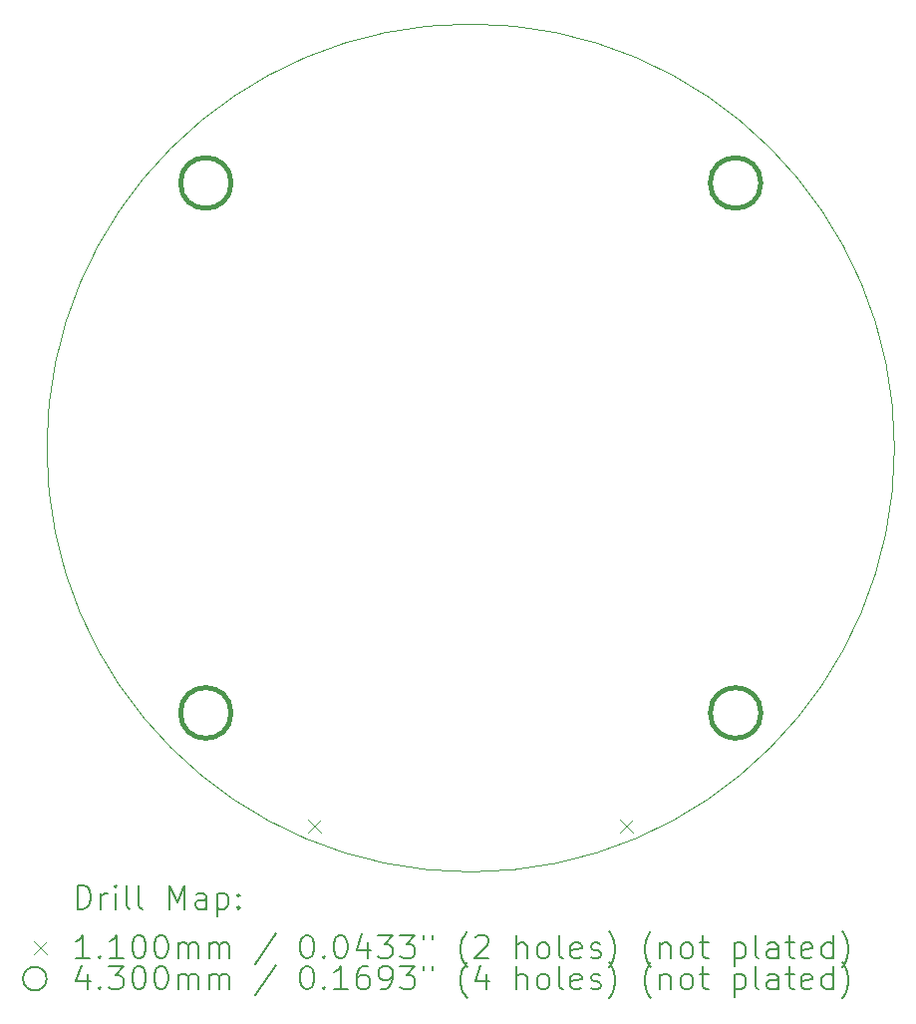
<source format=gbr>
%TF.GenerationSoftware,KiCad,Pcbnew,8.0.4*%
%TF.CreationDate,2024-08-30T01:00:02+02:00*%
%TF.ProjectId,smartEggTimer,736d6172-7445-4676-9754-696d65722e6b,rev?*%
%TF.SameCoordinates,Original*%
%TF.FileFunction,Drillmap*%
%TF.FilePolarity,Positive*%
%FSLAX45Y45*%
G04 Gerber Fmt 4.5, Leading zero omitted, Abs format (unit mm)*
G04 Created by KiCad (PCBNEW 8.0.4) date 2024-08-30 01:00:02*
%MOMM*%
%LPD*%
G01*
G04 APERTURE LIST*
%ADD10C,0.050000*%
%ADD11C,0.200000*%
%ADD12C,0.110000*%
%ADD13C,0.430000*%
G04 APERTURE END LIST*
D10*
X13600000Y-10000000D02*
G75*
G02*
X6400000Y-10000000I-3600000J0D01*
G01*
X6400000Y-10000000D02*
G75*
G02*
X13600000Y-10000000I3600000J0D01*
G01*
D11*
D12*
X8620000Y-13157000D02*
X8730000Y-13267000D01*
X8730000Y-13157000D02*
X8620000Y-13267000D01*
X11270000Y-13157000D02*
X11380000Y-13267000D01*
X11380000Y-13157000D02*
X11270000Y-13267000D01*
D13*
X7965000Y-7750000D02*
G75*
G02*
X7535000Y-7750000I-215000J0D01*
G01*
X7535000Y-7750000D02*
G75*
G02*
X7965000Y-7750000I215000J0D01*
G01*
X7965000Y-12250000D02*
G75*
G02*
X7535000Y-12250000I-215000J0D01*
G01*
X7535000Y-12250000D02*
G75*
G02*
X7965000Y-12250000I215000J0D01*
G01*
X12465000Y-7750000D02*
G75*
G02*
X12035000Y-7750000I-215000J0D01*
G01*
X12035000Y-7750000D02*
G75*
G02*
X12465000Y-7750000I215000J0D01*
G01*
X12465000Y-12250000D02*
G75*
G02*
X12035000Y-12250000I-215000J0D01*
G01*
X12035000Y-12250000D02*
G75*
G02*
X12465000Y-12250000I215000J0D01*
G01*
D11*
X6658277Y-13913984D02*
X6658277Y-13713984D01*
X6658277Y-13713984D02*
X6705896Y-13713984D01*
X6705896Y-13713984D02*
X6734467Y-13723508D01*
X6734467Y-13723508D02*
X6753515Y-13742555D01*
X6753515Y-13742555D02*
X6763039Y-13761603D01*
X6763039Y-13761603D02*
X6772562Y-13799698D01*
X6772562Y-13799698D02*
X6772562Y-13828269D01*
X6772562Y-13828269D02*
X6763039Y-13866365D01*
X6763039Y-13866365D02*
X6753515Y-13885412D01*
X6753515Y-13885412D02*
X6734467Y-13904460D01*
X6734467Y-13904460D02*
X6705896Y-13913984D01*
X6705896Y-13913984D02*
X6658277Y-13913984D01*
X6858277Y-13913984D02*
X6858277Y-13780650D01*
X6858277Y-13818746D02*
X6867801Y-13799698D01*
X6867801Y-13799698D02*
X6877324Y-13790174D01*
X6877324Y-13790174D02*
X6896372Y-13780650D01*
X6896372Y-13780650D02*
X6915420Y-13780650D01*
X6982086Y-13913984D02*
X6982086Y-13780650D01*
X6982086Y-13713984D02*
X6972562Y-13723508D01*
X6972562Y-13723508D02*
X6982086Y-13733031D01*
X6982086Y-13733031D02*
X6991610Y-13723508D01*
X6991610Y-13723508D02*
X6982086Y-13713984D01*
X6982086Y-13713984D02*
X6982086Y-13733031D01*
X7105896Y-13913984D02*
X7086848Y-13904460D01*
X7086848Y-13904460D02*
X7077324Y-13885412D01*
X7077324Y-13885412D02*
X7077324Y-13713984D01*
X7210658Y-13913984D02*
X7191610Y-13904460D01*
X7191610Y-13904460D02*
X7182086Y-13885412D01*
X7182086Y-13885412D02*
X7182086Y-13713984D01*
X7439229Y-13913984D02*
X7439229Y-13713984D01*
X7439229Y-13713984D02*
X7505896Y-13856841D01*
X7505896Y-13856841D02*
X7572562Y-13713984D01*
X7572562Y-13713984D02*
X7572562Y-13913984D01*
X7753515Y-13913984D02*
X7753515Y-13809222D01*
X7753515Y-13809222D02*
X7743991Y-13790174D01*
X7743991Y-13790174D02*
X7724943Y-13780650D01*
X7724943Y-13780650D02*
X7686848Y-13780650D01*
X7686848Y-13780650D02*
X7667801Y-13790174D01*
X7753515Y-13904460D02*
X7734467Y-13913984D01*
X7734467Y-13913984D02*
X7686848Y-13913984D01*
X7686848Y-13913984D02*
X7667801Y-13904460D01*
X7667801Y-13904460D02*
X7658277Y-13885412D01*
X7658277Y-13885412D02*
X7658277Y-13866365D01*
X7658277Y-13866365D02*
X7667801Y-13847317D01*
X7667801Y-13847317D02*
X7686848Y-13837793D01*
X7686848Y-13837793D02*
X7734467Y-13837793D01*
X7734467Y-13837793D02*
X7753515Y-13828269D01*
X7848753Y-13780650D02*
X7848753Y-13980650D01*
X7848753Y-13790174D02*
X7867801Y-13780650D01*
X7867801Y-13780650D02*
X7905896Y-13780650D01*
X7905896Y-13780650D02*
X7924943Y-13790174D01*
X7924943Y-13790174D02*
X7934467Y-13799698D01*
X7934467Y-13799698D02*
X7943991Y-13818746D01*
X7943991Y-13818746D02*
X7943991Y-13875888D01*
X7943991Y-13875888D02*
X7934467Y-13894936D01*
X7934467Y-13894936D02*
X7924943Y-13904460D01*
X7924943Y-13904460D02*
X7905896Y-13913984D01*
X7905896Y-13913984D02*
X7867801Y-13913984D01*
X7867801Y-13913984D02*
X7848753Y-13904460D01*
X8029705Y-13894936D02*
X8039229Y-13904460D01*
X8039229Y-13904460D02*
X8029705Y-13913984D01*
X8029705Y-13913984D02*
X8020182Y-13904460D01*
X8020182Y-13904460D02*
X8029705Y-13894936D01*
X8029705Y-13894936D02*
X8029705Y-13913984D01*
X8029705Y-13790174D02*
X8039229Y-13799698D01*
X8039229Y-13799698D02*
X8029705Y-13809222D01*
X8029705Y-13809222D02*
X8020182Y-13799698D01*
X8020182Y-13799698D02*
X8029705Y-13790174D01*
X8029705Y-13790174D02*
X8029705Y-13809222D01*
D12*
X6287500Y-14187500D02*
X6397500Y-14297500D01*
X6397500Y-14187500D02*
X6287500Y-14297500D01*
D11*
X6763039Y-14333984D02*
X6648753Y-14333984D01*
X6705896Y-14333984D02*
X6705896Y-14133984D01*
X6705896Y-14133984D02*
X6686848Y-14162555D01*
X6686848Y-14162555D02*
X6667801Y-14181603D01*
X6667801Y-14181603D02*
X6648753Y-14191127D01*
X6848753Y-14314936D02*
X6858277Y-14324460D01*
X6858277Y-14324460D02*
X6848753Y-14333984D01*
X6848753Y-14333984D02*
X6839229Y-14324460D01*
X6839229Y-14324460D02*
X6848753Y-14314936D01*
X6848753Y-14314936D02*
X6848753Y-14333984D01*
X7048753Y-14333984D02*
X6934467Y-14333984D01*
X6991610Y-14333984D02*
X6991610Y-14133984D01*
X6991610Y-14133984D02*
X6972562Y-14162555D01*
X6972562Y-14162555D02*
X6953515Y-14181603D01*
X6953515Y-14181603D02*
X6934467Y-14191127D01*
X7172562Y-14133984D02*
X7191610Y-14133984D01*
X7191610Y-14133984D02*
X7210658Y-14143508D01*
X7210658Y-14143508D02*
X7220182Y-14153031D01*
X7220182Y-14153031D02*
X7229705Y-14172079D01*
X7229705Y-14172079D02*
X7239229Y-14210174D01*
X7239229Y-14210174D02*
X7239229Y-14257793D01*
X7239229Y-14257793D02*
X7229705Y-14295888D01*
X7229705Y-14295888D02*
X7220182Y-14314936D01*
X7220182Y-14314936D02*
X7210658Y-14324460D01*
X7210658Y-14324460D02*
X7191610Y-14333984D01*
X7191610Y-14333984D02*
X7172562Y-14333984D01*
X7172562Y-14333984D02*
X7153515Y-14324460D01*
X7153515Y-14324460D02*
X7143991Y-14314936D01*
X7143991Y-14314936D02*
X7134467Y-14295888D01*
X7134467Y-14295888D02*
X7124943Y-14257793D01*
X7124943Y-14257793D02*
X7124943Y-14210174D01*
X7124943Y-14210174D02*
X7134467Y-14172079D01*
X7134467Y-14172079D02*
X7143991Y-14153031D01*
X7143991Y-14153031D02*
X7153515Y-14143508D01*
X7153515Y-14143508D02*
X7172562Y-14133984D01*
X7363039Y-14133984D02*
X7382086Y-14133984D01*
X7382086Y-14133984D02*
X7401134Y-14143508D01*
X7401134Y-14143508D02*
X7410658Y-14153031D01*
X7410658Y-14153031D02*
X7420182Y-14172079D01*
X7420182Y-14172079D02*
X7429705Y-14210174D01*
X7429705Y-14210174D02*
X7429705Y-14257793D01*
X7429705Y-14257793D02*
X7420182Y-14295888D01*
X7420182Y-14295888D02*
X7410658Y-14314936D01*
X7410658Y-14314936D02*
X7401134Y-14324460D01*
X7401134Y-14324460D02*
X7382086Y-14333984D01*
X7382086Y-14333984D02*
X7363039Y-14333984D01*
X7363039Y-14333984D02*
X7343991Y-14324460D01*
X7343991Y-14324460D02*
X7334467Y-14314936D01*
X7334467Y-14314936D02*
X7324943Y-14295888D01*
X7324943Y-14295888D02*
X7315420Y-14257793D01*
X7315420Y-14257793D02*
X7315420Y-14210174D01*
X7315420Y-14210174D02*
X7324943Y-14172079D01*
X7324943Y-14172079D02*
X7334467Y-14153031D01*
X7334467Y-14153031D02*
X7343991Y-14143508D01*
X7343991Y-14143508D02*
X7363039Y-14133984D01*
X7515420Y-14333984D02*
X7515420Y-14200650D01*
X7515420Y-14219698D02*
X7524943Y-14210174D01*
X7524943Y-14210174D02*
X7543991Y-14200650D01*
X7543991Y-14200650D02*
X7572563Y-14200650D01*
X7572563Y-14200650D02*
X7591610Y-14210174D01*
X7591610Y-14210174D02*
X7601134Y-14229222D01*
X7601134Y-14229222D02*
X7601134Y-14333984D01*
X7601134Y-14229222D02*
X7610658Y-14210174D01*
X7610658Y-14210174D02*
X7629705Y-14200650D01*
X7629705Y-14200650D02*
X7658277Y-14200650D01*
X7658277Y-14200650D02*
X7677324Y-14210174D01*
X7677324Y-14210174D02*
X7686848Y-14229222D01*
X7686848Y-14229222D02*
X7686848Y-14333984D01*
X7782086Y-14333984D02*
X7782086Y-14200650D01*
X7782086Y-14219698D02*
X7791610Y-14210174D01*
X7791610Y-14210174D02*
X7810658Y-14200650D01*
X7810658Y-14200650D02*
X7839229Y-14200650D01*
X7839229Y-14200650D02*
X7858277Y-14210174D01*
X7858277Y-14210174D02*
X7867801Y-14229222D01*
X7867801Y-14229222D02*
X7867801Y-14333984D01*
X7867801Y-14229222D02*
X7877324Y-14210174D01*
X7877324Y-14210174D02*
X7896372Y-14200650D01*
X7896372Y-14200650D02*
X7924943Y-14200650D01*
X7924943Y-14200650D02*
X7943991Y-14210174D01*
X7943991Y-14210174D02*
X7953515Y-14229222D01*
X7953515Y-14229222D02*
X7953515Y-14333984D01*
X8343991Y-14124460D02*
X8172563Y-14381603D01*
X8601134Y-14133984D02*
X8620182Y-14133984D01*
X8620182Y-14133984D02*
X8639229Y-14143508D01*
X8639229Y-14143508D02*
X8648753Y-14153031D01*
X8648753Y-14153031D02*
X8658277Y-14172079D01*
X8658277Y-14172079D02*
X8667801Y-14210174D01*
X8667801Y-14210174D02*
X8667801Y-14257793D01*
X8667801Y-14257793D02*
X8658277Y-14295888D01*
X8658277Y-14295888D02*
X8648753Y-14314936D01*
X8648753Y-14314936D02*
X8639229Y-14324460D01*
X8639229Y-14324460D02*
X8620182Y-14333984D01*
X8620182Y-14333984D02*
X8601134Y-14333984D01*
X8601134Y-14333984D02*
X8582087Y-14324460D01*
X8582087Y-14324460D02*
X8572563Y-14314936D01*
X8572563Y-14314936D02*
X8563039Y-14295888D01*
X8563039Y-14295888D02*
X8553515Y-14257793D01*
X8553515Y-14257793D02*
X8553515Y-14210174D01*
X8553515Y-14210174D02*
X8563039Y-14172079D01*
X8563039Y-14172079D02*
X8572563Y-14153031D01*
X8572563Y-14153031D02*
X8582087Y-14143508D01*
X8582087Y-14143508D02*
X8601134Y-14133984D01*
X8753515Y-14314936D02*
X8763039Y-14324460D01*
X8763039Y-14324460D02*
X8753515Y-14333984D01*
X8753515Y-14333984D02*
X8743991Y-14324460D01*
X8743991Y-14324460D02*
X8753515Y-14314936D01*
X8753515Y-14314936D02*
X8753515Y-14333984D01*
X8886848Y-14133984D02*
X8905896Y-14133984D01*
X8905896Y-14133984D02*
X8924944Y-14143508D01*
X8924944Y-14143508D02*
X8934468Y-14153031D01*
X8934468Y-14153031D02*
X8943991Y-14172079D01*
X8943991Y-14172079D02*
X8953515Y-14210174D01*
X8953515Y-14210174D02*
X8953515Y-14257793D01*
X8953515Y-14257793D02*
X8943991Y-14295888D01*
X8943991Y-14295888D02*
X8934468Y-14314936D01*
X8934468Y-14314936D02*
X8924944Y-14324460D01*
X8924944Y-14324460D02*
X8905896Y-14333984D01*
X8905896Y-14333984D02*
X8886848Y-14333984D01*
X8886848Y-14333984D02*
X8867801Y-14324460D01*
X8867801Y-14324460D02*
X8858277Y-14314936D01*
X8858277Y-14314936D02*
X8848753Y-14295888D01*
X8848753Y-14295888D02*
X8839229Y-14257793D01*
X8839229Y-14257793D02*
X8839229Y-14210174D01*
X8839229Y-14210174D02*
X8848753Y-14172079D01*
X8848753Y-14172079D02*
X8858277Y-14153031D01*
X8858277Y-14153031D02*
X8867801Y-14143508D01*
X8867801Y-14143508D02*
X8886848Y-14133984D01*
X9124944Y-14200650D02*
X9124944Y-14333984D01*
X9077325Y-14124460D02*
X9029706Y-14267317D01*
X9029706Y-14267317D02*
X9153515Y-14267317D01*
X9210658Y-14133984D02*
X9334468Y-14133984D01*
X9334468Y-14133984D02*
X9267801Y-14210174D01*
X9267801Y-14210174D02*
X9296372Y-14210174D01*
X9296372Y-14210174D02*
X9315420Y-14219698D01*
X9315420Y-14219698D02*
X9324944Y-14229222D01*
X9324944Y-14229222D02*
X9334468Y-14248269D01*
X9334468Y-14248269D02*
X9334468Y-14295888D01*
X9334468Y-14295888D02*
X9324944Y-14314936D01*
X9324944Y-14314936D02*
X9315420Y-14324460D01*
X9315420Y-14324460D02*
X9296372Y-14333984D01*
X9296372Y-14333984D02*
X9239229Y-14333984D01*
X9239229Y-14333984D02*
X9220182Y-14324460D01*
X9220182Y-14324460D02*
X9210658Y-14314936D01*
X9401134Y-14133984D02*
X9524944Y-14133984D01*
X9524944Y-14133984D02*
X9458277Y-14210174D01*
X9458277Y-14210174D02*
X9486849Y-14210174D01*
X9486849Y-14210174D02*
X9505896Y-14219698D01*
X9505896Y-14219698D02*
X9515420Y-14229222D01*
X9515420Y-14229222D02*
X9524944Y-14248269D01*
X9524944Y-14248269D02*
X9524944Y-14295888D01*
X9524944Y-14295888D02*
X9515420Y-14314936D01*
X9515420Y-14314936D02*
X9505896Y-14324460D01*
X9505896Y-14324460D02*
X9486849Y-14333984D01*
X9486849Y-14333984D02*
X9429706Y-14333984D01*
X9429706Y-14333984D02*
X9410658Y-14324460D01*
X9410658Y-14324460D02*
X9401134Y-14314936D01*
X9601134Y-14133984D02*
X9601134Y-14172079D01*
X9677325Y-14133984D02*
X9677325Y-14172079D01*
X9972563Y-14410174D02*
X9963039Y-14400650D01*
X9963039Y-14400650D02*
X9943991Y-14372079D01*
X9943991Y-14372079D02*
X9934468Y-14353031D01*
X9934468Y-14353031D02*
X9924944Y-14324460D01*
X9924944Y-14324460D02*
X9915420Y-14276841D01*
X9915420Y-14276841D02*
X9915420Y-14238746D01*
X9915420Y-14238746D02*
X9924944Y-14191127D01*
X9924944Y-14191127D02*
X9934468Y-14162555D01*
X9934468Y-14162555D02*
X9943991Y-14143508D01*
X9943991Y-14143508D02*
X9963039Y-14114936D01*
X9963039Y-14114936D02*
X9972563Y-14105412D01*
X10039230Y-14153031D02*
X10048753Y-14143508D01*
X10048753Y-14143508D02*
X10067801Y-14133984D01*
X10067801Y-14133984D02*
X10115420Y-14133984D01*
X10115420Y-14133984D02*
X10134468Y-14143508D01*
X10134468Y-14143508D02*
X10143991Y-14153031D01*
X10143991Y-14153031D02*
X10153515Y-14172079D01*
X10153515Y-14172079D02*
X10153515Y-14191127D01*
X10153515Y-14191127D02*
X10143991Y-14219698D01*
X10143991Y-14219698D02*
X10029706Y-14333984D01*
X10029706Y-14333984D02*
X10153515Y-14333984D01*
X10391611Y-14333984D02*
X10391611Y-14133984D01*
X10477325Y-14333984D02*
X10477325Y-14229222D01*
X10477325Y-14229222D02*
X10467801Y-14210174D01*
X10467801Y-14210174D02*
X10448753Y-14200650D01*
X10448753Y-14200650D02*
X10420182Y-14200650D01*
X10420182Y-14200650D02*
X10401134Y-14210174D01*
X10401134Y-14210174D02*
X10391611Y-14219698D01*
X10601134Y-14333984D02*
X10582087Y-14324460D01*
X10582087Y-14324460D02*
X10572563Y-14314936D01*
X10572563Y-14314936D02*
X10563039Y-14295888D01*
X10563039Y-14295888D02*
X10563039Y-14238746D01*
X10563039Y-14238746D02*
X10572563Y-14219698D01*
X10572563Y-14219698D02*
X10582087Y-14210174D01*
X10582087Y-14210174D02*
X10601134Y-14200650D01*
X10601134Y-14200650D02*
X10629706Y-14200650D01*
X10629706Y-14200650D02*
X10648753Y-14210174D01*
X10648753Y-14210174D02*
X10658277Y-14219698D01*
X10658277Y-14219698D02*
X10667801Y-14238746D01*
X10667801Y-14238746D02*
X10667801Y-14295888D01*
X10667801Y-14295888D02*
X10658277Y-14314936D01*
X10658277Y-14314936D02*
X10648753Y-14324460D01*
X10648753Y-14324460D02*
X10629706Y-14333984D01*
X10629706Y-14333984D02*
X10601134Y-14333984D01*
X10782087Y-14333984D02*
X10763039Y-14324460D01*
X10763039Y-14324460D02*
X10753515Y-14305412D01*
X10753515Y-14305412D02*
X10753515Y-14133984D01*
X10934468Y-14324460D02*
X10915420Y-14333984D01*
X10915420Y-14333984D02*
X10877325Y-14333984D01*
X10877325Y-14333984D02*
X10858277Y-14324460D01*
X10858277Y-14324460D02*
X10848753Y-14305412D01*
X10848753Y-14305412D02*
X10848753Y-14229222D01*
X10848753Y-14229222D02*
X10858277Y-14210174D01*
X10858277Y-14210174D02*
X10877325Y-14200650D01*
X10877325Y-14200650D02*
X10915420Y-14200650D01*
X10915420Y-14200650D02*
X10934468Y-14210174D01*
X10934468Y-14210174D02*
X10943992Y-14229222D01*
X10943992Y-14229222D02*
X10943992Y-14248269D01*
X10943992Y-14248269D02*
X10848753Y-14267317D01*
X11020182Y-14324460D02*
X11039230Y-14333984D01*
X11039230Y-14333984D02*
X11077325Y-14333984D01*
X11077325Y-14333984D02*
X11096373Y-14324460D01*
X11096373Y-14324460D02*
X11105896Y-14305412D01*
X11105896Y-14305412D02*
X11105896Y-14295888D01*
X11105896Y-14295888D02*
X11096373Y-14276841D01*
X11096373Y-14276841D02*
X11077325Y-14267317D01*
X11077325Y-14267317D02*
X11048753Y-14267317D01*
X11048753Y-14267317D02*
X11029706Y-14257793D01*
X11029706Y-14257793D02*
X11020182Y-14238746D01*
X11020182Y-14238746D02*
X11020182Y-14229222D01*
X11020182Y-14229222D02*
X11029706Y-14210174D01*
X11029706Y-14210174D02*
X11048753Y-14200650D01*
X11048753Y-14200650D02*
X11077325Y-14200650D01*
X11077325Y-14200650D02*
X11096373Y-14210174D01*
X11172563Y-14410174D02*
X11182087Y-14400650D01*
X11182087Y-14400650D02*
X11201134Y-14372079D01*
X11201134Y-14372079D02*
X11210658Y-14353031D01*
X11210658Y-14353031D02*
X11220182Y-14324460D01*
X11220182Y-14324460D02*
X11229706Y-14276841D01*
X11229706Y-14276841D02*
X11229706Y-14238746D01*
X11229706Y-14238746D02*
X11220182Y-14191127D01*
X11220182Y-14191127D02*
X11210658Y-14162555D01*
X11210658Y-14162555D02*
X11201134Y-14143508D01*
X11201134Y-14143508D02*
X11182087Y-14114936D01*
X11182087Y-14114936D02*
X11172563Y-14105412D01*
X11534468Y-14410174D02*
X11524944Y-14400650D01*
X11524944Y-14400650D02*
X11505896Y-14372079D01*
X11505896Y-14372079D02*
X11496372Y-14353031D01*
X11496372Y-14353031D02*
X11486849Y-14324460D01*
X11486849Y-14324460D02*
X11477325Y-14276841D01*
X11477325Y-14276841D02*
X11477325Y-14238746D01*
X11477325Y-14238746D02*
X11486849Y-14191127D01*
X11486849Y-14191127D02*
X11496372Y-14162555D01*
X11496372Y-14162555D02*
X11505896Y-14143508D01*
X11505896Y-14143508D02*
X11524944Y-14114936D01*
X11524944Y-14114936D02*
X11534468Y-14105412D01*
X11610658Y-14200650D02*
X11610658Y-14333984D01*
X11610658Y-14219698D02*
X11620182Y-14210174D01*
X11620182Y-14210174D02*
X11639230Y-14200650D01*
X11639230Y-14200650D02*
X11667801Y-14200650D01*
X11667801Y-14200650D02*
X11686849Y-14210174D01*
X11686849Y-14210174D02*
X11696372Y-14229222D01*
X11696372Y-14229222D02*
X11696372Y-14333984D01*
X11820182Y-14333984D02*
X11801134Y-14324460D01*
X11801134Y-14324460D02*
X11791611Y-14314936D01*
X11791611Y-14314936D02*
X11782087Y-14295888D01*
X11782087Y-14295888D02*
X11782087Y-14238746D01*
X11782087Y-14238746D02*
X11791611Y-14219698D01*
X11791611Y-14219698D02*
X11801134Y-14210174D01*
X11801134Y-14210174D02*
X11820182Y-14200650D01*
X11820182Y-14200650D02*
X11848753Y-14200650D01*
X11848753Y-14200650D02*
X11867801Y-14210174D01*
X11867801Y-14210174D02*
X11877325Y-14219698D01*
X11877325Y-14219698D02*
X11886849Y-14238746D01*
X11886849Y-14238746D02*
X11886849Y-14295888D01*
X11886849Y-14295888D02*
X11877325Y-14314936D01*
X11877325Y-14314936D02*
X11867801Y-14324460D01*
X11867801Y-14324460D02*
X11848753Y-14333984D01*
X11848753Y-14333984D02*
X11820182Y-14333984D01*
X11943992Y-14200650D02*
X12020182Y-14200650D01*
X11972563Y-14133984D02*
X11972563Y-14305412D01*
X11972563Y-14305412D02*
X11982087Y-14324460D01*
X11982087Y-14324460D02*
X12001134Y-14333984D01*
X12001134Y-14333984D02*
X12020182Y-14333984D01*
X12239230Y-14200650D02*
X12239230Y-14400650D01*
X12239230Y-14210174D02*
X12258277Y-14200650D01*
X12258277Y-14200650D02*
X12296373Y-14200650D01*
X12296373Y-14200650D02*
X12315420Y-14210174D01*
X12315420Y-14210174D02*
X12324944Y-14219698D01*
X12324944Y-14219698D02*
X12334468Y-14238746D01*
X12334468Y-14238746D02*
X12334468Y-14295888D01*
X12334468Y-14295888D02*
X12324944Y-14314936D01*
X12324944Y-14314936D02*
X12315420Y-14324460D01*
X12315420Y-14324460D02*
X12296373Y-14333984D01*
X12296373Y-14333984D02*
X12258277Y-14333984D01*
X12258277Y-14333984D02*
X12239230Y-14324460D01*
X12448753Y-14333984D02*
X12429706Y-14324460D01*
X12429706Y-14324460D02*
X12420182Y-14305412D01*
X12420182Y-14305412D02*
X12420182Y-14133984D01*
X12610658Y-14333984D02*
X12610658Y-14229222D01*
X12610658Y-14229222D02*
X12601134Y-14210174D01*
X12601134Y-14210174D02*
X12582087Y-14200650D01*
X12582087Y-14200650D02*
X12543992Y-14200650D01*
X12543992Y-14200650D02*
X12524944Y-14210174D01*
X12610658Y-14324460D02*
X12591611Y-14333984D01*
X12591611Y-14333984D02*
X12543992Y-14333984D01*
X12543992Y-14333984D02*
X12524944Y-14324460D01*
X12524944Y-14324460D02*
X12515420Y-14305412D01*
X12515420Y-14305412D02*
X12515420Y-14286365D01*
X12515420Y-14286365D02*
X12524944Y-14267317D01*
X12524944Y-14267317D02*
X12543992Y-14257793D01*
X12543992Y-14257793D02*
X12591611Y-14257793D01*
X12591611Y-14257793D02*
X12610658Y-14248269D01*
X12677325Y-14200650D02*
X12753515Y-14200650D01*
X12705896Y-14133984D02*
X12705896Y-14305412D01*
X12705896Y-14305412D02*
X12715420Y-14324460D01*
X12715420Y-14324460D02*
X12734468Y-14333984D01*
X12734468Y-14333984D02*
X12753515Y-14333984D01*
X12896373Y-14324460D02*
X12877325Y-14333984D01*
X12877325Y-14333984D02*
X12839230Y-14333984D01*
X12839230Y-14333984D02*
X12820182Y-14324460D01*
X12820182Y-14324460D02*
X12810658Y-14305412D01*
X12810658Y-14305412D02*
X12810658Y-14229222D01*
X12810658Y-14229222D02*
X12820182Y-14210174D01*
X12820182Y-14210174D02*
X12839230Y-14200650D01*
X12839230Y-14200650D02*
X12877325Y-14200650D01*
X12877325Y-14200650D02*
X12896373Y-14210174D01*
X12896373Y-14210174D02*
X12905896Y-14229222D01*
X12905896Y-14229222D02*
X12905896Y-14248269D01*
X12905896Y-14248269D02*
X12810658Y-14267317D01*
X13077325Y-14333984D02*
X13077325Y-14133984D01*
X13077325Y-14324460D02*
X13058277Y-14333984D01*
X13058277Y-14333984D02*
X13020182Y-14333984D01*
X13020182Y-14333984D02*
X13001134Y-14324460D01*
X13001134Y-14324460D02*
X12991611Y-14314936D01*
X12991611Y-14314936D02*
X12982087Y-14295888D01*
X12982087Y-14295888D02*
X12982087Y-14238746D01*
X12982087Y-14238746D02*
X12991611Y-14219698D01*
X12991611Y-14219698D02*
X13001134Y-14210174D01*
X13001134Y-14210174D02*
X13020182Y-14200650D01*
X13020182Y-14200650D02*
X13058277Y-14200650D01*
X13058277Y-14200650D02*
X13077325Y-14210174D01*
X13153515Y-14410174D02*
X13163039Y-14400650D01*
X13163039Y-14400650D02*
X13182087Y-14372079D01*
X13182087Y-14372079D02*
X13191611Y-14353031D01*
X13191611Y-14353031D02*
X13201134Y-14324460D01*
X13201134Y-14324460D02*
X13210658Y-14276841D01*
X13210658Y-14276841D02*
X13210658Y-14238746D01*
X13210658Y-14238746D02*
X13201134Y-14191127D01*
X13201134Y-14191127D02*
X13191611Y-14162555D01*
X13191611Y-14162555D02*
X13182087Y-14143508D01*
X13182087Y-14143508D02*
X13163039Y-14114936D01*
X13163039Y-14114936D02*
X13153515Y-14105412D01*
X6397500Y-14506500D02*
G75*
G02*
X6197500Y-14506500I-100000J0D01*
G01*
X6197500Y-14506500D02*
G75*
G02*
X6397500Y-14506500I100000J0D01*
G01*
X6743991Y-14464650D02*
X6743991Y-14597984D01*
X6696372Y-14388460D02*
X6648753Y-14531317D01*
X6648753Y-14531317D02*
X6772562Y-14531317D01*
X6848753Y-14578936D02*
X6858277Y-14588460D01*
X6858277Y-14588460D02*
X6848753Y-14597984D01*
X6848753Y-14597984D02*
X6839229Y-14588460D01*
X6839229Y-14588460D02*
X6848753Y-14578936D01*
X6848753Y-14578936D02*
X6848753Y-14597984D01*
X6924943Y-14397984D02*
X7048753Y-14397984D01*
X7048753Y-14397984D02*
X6982086Y-14474174D01*
X6982086Y-14474174D02*
X7010658Y-14474174D01*
X7010658Y-14474174D02*
X7029705Y-14483698D01*
X7029705Y-14483698D02*
X7039229Y-14493222D01*
X7039229Y-14493222D02*
X7048753Y-14512269D01*
X7048753Y-14512269D02*
X7048753Y-14559888D01*
X7048753Y-14559888D02*
X7039229Y-14578936D01*
X7039229Y-14578936D02*
X7029705Y-14588460D01*
X7029705Y-14588460D02*
X7010658Y-14597984D01*
X7010658Y-14597984D02*
X6953515Y-14597984D01*
X6953515Y-14597984D02*
X6934467Y-14588460D01*
X6934467Y-14588460D02*
X6924943Y-14578936D01*
X7172562Y-14397984D02*
X7191610Y-14397984D01*
X7191610Y-14397984D02*
X7210658Y-14407508D01*
X7210658Y-14407508D02*
X7220182Y-14417031D01*
X7220182Y-14417031D02*
X7229705Y-14436079D01*
X7229705Y-14436079D02*
X7239229Y-14474174D01*
X7239229Y-14474174D02*
X7239229Y-14521793D01*
X7239229Y-14521793D02*
X7229705Y-14559888D01*
X7229705Y-14559888D02*
X7220182Y-14578936D01*
X7220182Y-14578936D02*
X7210658Y-14588460D01*
X7210658Y-14588460D02*
X7191610Y-14597984D01*
X7191610Y-14597984D02*
X7172562Y-14597984D01*
X7172562Y-14597984D02*
X7153515Y-14588460D01*
X7153515Y-14588460D02*
X7143991Y-14578936D01*
X7143991Y-14578936D02*
X7134467Y-14559888D01*
X7134467Y-14559888D02*
X7124943Y-14521793D01*
X7124943Y-14521793D02*
X7124943Y-14474174D01*
X7124943Y-14474174D02*
X7134467Y-14436079D01*
X7134467Y-14436079D02*
X7143991Y-14417031D01*
X7143991Y-14417031D02*
X7153515Y-14407508D01*
X7153515Y-14407508D02*
X7172562Y-14397984D01*
X7363039Y-14397984D02*
X7382086Y-14397984D01*
X7382086Y-14397984D02*
X7401134Y-14407508D01*
X7401134Y-14407508D02*
X7410658Y-14417031D01*
X7410658Y-14417031D02*
X7420182Y-14436079D01*
X7420182Y-14436079D02*
X7429705Y-14474174D01*
X7429705Y-14474174D02*
X7429705Y-14521793D01*
X7429705Y-14521793D02*
X7420182Y-14559888D01*
X7420182Y-14559888D02*
X7410658Y-14578936D01*
X7410658Y-14578936D02*
X7401134Y-14588460D01*
X7401134Y-14588460D02*
X7382086Y-14597984D01*
X7382086Y-14597984D02*
X7363039Y-14597984D01*
X7363039Y-14597984D02*
X7343991Y-14588460D01*
X7343991Y-14588460D02*
X7334467Y-14578936D01*
X7334467Y-14578936D02*
X7324943Y-14559888D01*
X7324943Y-14559888D02*
X7315420Y-14521793D01*
X7315420Y-14521793D02*
X7315420Y-14474174D01*
X7315420Y-14474174D02*
X7324943Y-14436079D01*
X7324943Y-14436079D02*
X7334467Y-14417031D01*
X7334467Y-14417031D02*
X7343991Y-14407508D01*
X7343991Y-14407508D02*
X7363039Y-14397984D01*
X7515420Y-14597984D02*
X7515420Y-14464650D01*
X7515420Y-14483698D02*
X7524943Y-14474174D01*
X7524943Y-14474174D02*
X7543991Y-14464650D01*
X7543991Y-14464650D02*
X7572563Y-14464650D01*
X7572563Y-14464650D02*
X7591610Y-14474174D01*
X7591610Y-14474174D02*
X7601134Y-14493222D01*
X7601134Y-14493222D02*
X7601134Y-14597984D01*
X7601134Y-14493222D02*
X7610658Y-14474174D01*
X7610658Y-14474174D02*
X7629705Y-14464650D01*
X7629705Y-14464650D02*
X7658277Y-14464650D01*
X7658277Y-14464650D02*
X7677324Y-14474174D01*
X7677324Y-14474174D02*
X7686848Y-14493222D01*
X7686848Y-14493222D02*
X7686848Y-14597984D01*
X7782086Y-14597984D02*
X7782086Y-14464650D01*
X7782086Y-14483698D02*
X7791610Y-14474174D01*
X7791610Y-14474174D02*
X7810658Y-14464650D01*
X7810658Y-14464650D02*
X7839229Y-14464650D01*
X7839229Y-14464650D02*
X7858277Y-14474174D01*
X7858277Y-14474174D02*
X7867801Y-14493222D01*
X7867801Y-14493222D02*
X7867801Y-14597984D01*
X7867801Y-14493222D02*
X7877324Y-14474174D01*
X7877324Y-14474174D02*
X7896372Y-14464650D01*
X7896372Y-14464650D02*
X7924943Y-14464650D01*
X7924943Y-14464650D02*
X7943991Y-14474174D01*
X7943991Y-14474174D02*
X7953515Y-14493222D01*
X7953515Y-14493222D02*
X7953515Y-14597984D01*
X8343991Y-14388460D02*
X8172563Y-14645603D01*
X8601134Y-14397984D02*
X8620182Y-14397984D01*
X8620182Y-14397984D02*
X8639229Y-14407508D01*
X8639229Y-14407508D02*
X8648753Y-14417031D01*
X8648753Y-14417031D02*
X8658277Y-14436079D01*
X8658277Y-14436079D02*
X8667801Y-14474174D01*
X8667801Y-14474174D02*
X8667801Y-14521793D01*
X8667801Y-14521793D02*
X8658277Y-14559888D01*
X8658277Y-14559888D02*
X8648753Y-14578936D01*
X8648753Y-14578936D02*
X8639229Y-14588460D01*
X8639229Y-14588460D02*
X8620182Y-14597984D01*
X8620182Y-14597984D02*
X8601134Y-14597984D01*
X8601134Y-14597984D02*
X8582087Y-14588460D01*
X8582087Y-14588460D02*
X8572563Y-14578936D01*
X8572563Y-14578936D02*
X8563039Y-14559888D01*
X8563039Y-14559888D02*
X8553515Y-14521793D01*
X8553515Y-14521793D02*
X8553515Y-14474174D01*
X8553515Y-14474174D02*
X8563039Y-14436079D01*
X8563039Y-14436079D02*
X8572563Y-14417031D01*
X8572563Y-14417031D02*
X8582087Y-14407508D01*
X8582087Y-14407508D02*
X8601134Y-14397984D01*
X8753515Y-14578936D02*
X8763039Y-14588460D01*
X8763039Y-14588460D02*
X8753515Y-14597984D01*
X8753515Y-14597984D02*
X8743991Y-14588460D01*
X8743991Y-14588460D02*
X8753515Y-14578936D01*
X8753515Y-14578936D02*
X8753515Y-14597984D01*
X8953515Y-14597984D02*
X8839229Y-14597984D01*
X8896372Y-14597984D02*
X8896372Y-14397984D01*
X8896372Y-14397984D02*
X8877325Y-14426555D01*
X8877325Y-14426555D02*
X8858277Y-14445603D01*
X8858277Y-14445603D02*
X8839229Y-14455127D01*
X9124944Y-14397984D02*
X9086848Y-14397984D01*
X9086848Y-14397984D02*
X9067801Y-14407508D01*
X9067801Y-14407508D02*
X9058277Y-14417031D01*
X9058277Y-14417031D02*
X9039229Y-14445603D01*
X9039229Y-14445603D02*
X9029706Y-14483698D01*
X9029706Y-14483698D02*
X9029706Y-14559888D01*
X9029706Y-14559888D02*
X9039229Y-14578936D01*
X9039229Y-14578936D02*
X9048753Y-14588460D01*
X9048753Y-14588460D02*
X9067801Y-14597984D01*
X9067801Y-14597984D02*
X9105896Y-14597984D01*
X9105896Y-14597984D02*
X9124944Y-14588460D01*
X9124944Y-14588460D02*
X9134468Y-14578936D01*
X9134468Y-14578936D02*
X9143991Y-14559888D01*
X9143991Y-14559888D02*
X9143991Y-14512269D01*
X9143991Y-14512269D02*
X9134468Y-14493222D01*
X9134468Y-14493222D02*
X9124944Y-14483698D01*
X9124944Y-14483698D02*
X9105896Y-14474174D01*
X9105896Y-14474174D02*
X9067801Y-14474174D01*
X9067801Y-14474174D02*
X9048753Y-14483698D01*
X9048753Y-14483698D02*
X9039229Y-14493222D01*
X9039229Y-14493222D02*
X9029706Y-14512269D01*
X9239229Y-14597984D02*
X9277325Y-14597984D01*
X9277325Y-14597984D02*
X9296372Y-14588460D01*
X9296372Y-14588460D02*
X9305896Y-14578936D01*
X9305896Y-14578936D02*
X9324944Y-14550365D01*
X9324944Y-14550365D02*
X9334468Y-14512269D01*
X9334468Y-14512269D02*
X9334468Y-14436079D01*
X9334468Y-14436079D02*
X9324944Y-14417031D01*
X9324944Y-14417031D02*
X9315420Y-14407508D01*
X9315420Y-14407508D02*
X9296372Y-14397984D01*
X9296372Y-14397984D02*
X9258277Y-14397984D01*
X9258277Y-14397984D02*
X9239229Y-14407508D01*
X9239229Y-14407508D02*
X9229706Y-14417031D01*
X9229706Y-14417031D02*
X9220182Y-14436079D01*
X9220182Y-14436079D02*
X9220182Y-14483698D01*
X9220182Y-14483698D02*
X9229706Y-14502746D01*
X9229706Y-14502746D02*
X9239229Y-14512269D01*
X9239229Y-14512269D02*
X9258277Y-14521793D01*
X9258277Y-14521793D02*
X9296372Y-14521793D01*
X9296372Y-14521793D02*
X9315420Y-14512269D01*
X9315420Y-14512269D02*
X9324944Y-14502746D01*
X9324944Y-14502746D02*
X9334468Y-14483698D01*
X9401134Y-14397984D02*
X9524944Y-14397984D01*
X9524944Y-14397984D02*
X9458277Y-14474174D01*
X9458277Y-14474174D02*
X9486849Y-14474174D01*
X9486849Y-14474174D02*
X9505896Y-14483698D01*
X9505896Y-14483698D02*
X9515420Y-14493222D01*
X9515420Y-14493222D02*
X9524944Y-14512269D01*
X9524944Y-14512269D02*
X9524944Y-14559888D01*
X9524944Y-14559888D02*
X9515420Y-14578936D01*
X9515420Y-14578936D02*
X9505896Y-14588460D01*
X9505896Y-14588460D02*
X9486849Y-14597984D01*
X9486849Y-14597984D02*
X9429706Y-14597984D01*
X9429706Y-14597984D02*
X9410658Y-14588460D01*
X9410658Y-14588460D02*
X9401134Y-14578936D01*
X9601134Y-14397984D02*
X9601134Y-14436079D01*
X9677325Y-14397984D02*
X9677325Y-14436079D01*
X9972563Y-14674174D02*
X9963039Y-14664650D01*
X9963039Y-14664650D02*
X9943991Y-14636079D01*
X9943991Y-14636079D02*
X9934468Y-14617031D01*
X9934468Y-14617031D02*
X9924944Y-14588460D01*
X9924944Y-14588460D02*
X9915420Y-14540841D01*
X9915420Y-14540841D02*
X9915420Y-14502746D01*
X9915420Y-14502746D02*
X9924944Y-14455127D01*
X9924944Y-14455127D02*
X9934468Y-14426555D01*
X9934468Y-14426555D02*
X9943991Y-14407508D01*
X9943991Y-14407508D02*
X9963039Y-14378936D01*
X9963039Y-14378936D02*
X9972563Y-14369412D01*
X10134468Y-14464650D02*
X10134468Y-14597984D01*
X10086849Y-14388460D02*
X10039230Y-14531317D01*
X10039230Y-14531317D02*
X10163039Y-14531317D01*
X10391611Y-14597984D02*
X10391611Y-14397984D01*
X10477325Y-14597984D02*
X10477325Y-14493222D01*
X10477325Y-14493222D02*
X10467801Y-14474174D01*
X10467801Y-14474174D02*
X10448753Y-14464650D01*
X10448753Y-14464650D02*
X10420182Y-14464650D01*
X10420182Y-14464650D02*
X10401134Y-14474174D01*
X10401134Y-14474174D02*
X10391611Y-14483698D01*
X10601134Y-14597984D02*
X10582087Y-14588460D01*
X10582087Y-14588460D02*
X10572563Y-14578936D01*
X10572563Y-14578936D02*
X10563039Y-14559888D01*
X10563039Y-14559888D02*
X10563039Y-14502746D01*
X10563039Y-14502746D02*
X10572563Y-14483698D01*
X10572563Y-14483698D02*
X10582087Y-14474174D01*
X10582087Y-14474174D02*
X10601134Y-14464650D01*
X10601134Y-14464650D02*
X10629706Y-14464650D01*
X10629706Y-14464650D02*
X10648753Y-14474174D01*
X10648753Y-14474174D02*
X10658277Y-14483698D01*
X10658277Y-14483698D02*
X10667801Y-14502746D01*
X10667801Y-14502746D02*
X10667801Y-14559888D01*
X10667801Y-14559888D02*
X10658277Y-14578936D01*
X10658277Y-14578936D02*
X10648753Y-14588460D01*
X10648753Y-14588460D02*
X10629706Y-14597984D01*
X10629706Y-14597984D02*
X10601134Y-14597984D01*
X10782087Y-14597984D02*
X10763039Y-14588460D01*
X10763039Y-14588460D02*
X10753515Y-14569412D01*
X10753515Y-14569412D02*
X10753515Y-14397984D01*
X10934468Y-14588460D02*
X10915420Y-14597984D01*
X10915420Y-14597984D02*
X10877325Y-14597984D01*
X10877325Y-14597984D02*
X10858277Y-14588460D01*
X10858277Y-14588460D02*
X10848753Y-14569412D01*
X10848753Y-14569412D02*
X10848753Y-14493222D01*
X10848753Y-14493222D02*
X10858277Y-14474174D01*
X10858277Y-14474174D02*
X10877325Y-14464650D01*
X10877325Y-14464650D02*
X10915420Y-14464650D01*
X10915420Y-14464650D02*
X10934468Y-14474174D01*
X10934468Y-14474174D02*
X10943992Y-14493222D01*
X10943992Y-14493222D02*
X10943992Y-14512269D01*
X10943992Y-14512269D02*
X10848753Y-14531317D01*
X11020182Y-14588460D02*
X11039230Y-14597984D01*
X11039230Y-14597984D02*
X11077325Y-14597984D01*
X11077325Y-14597984D02*
X11096373Y-14588460D01*
X11096373Y-14588460D02*
X11105896Y-14569412D01*
X11105896Y-14569412D02*
X11105896Y-14559888D01*
X11105896Y-14559888D02*
X11096373Y-14540841D01*
X11096373Y-14540841D02*
X11077325Y-14531317D01*
X11077325Y-14531317D02*
X11048753Y-14531317D01*
X11048753Y-14531317D02*
X11029706Y-14521793D01*
X11029706Y-14521793D02*
X11020182Y-14502746D01*
X11020182Y-14502746D02*
X11020182Y-14493222D01*
X11020182Y-14493222D02*
X11029706Y-14474174D01*
X11029706Y-14474174D02*
X11048753Y-14464650D01*
X11048753Y-14464650D02*
X11077325Y-14464650D01*
X11077325Y-14464650D02*
X11096373Y-14474174D01*
X11172563Y-14674174D02*
X11182087Y-14664650D01*
X11182087Y-14664650D02*
X11201134Y-14636079D01*
X11201134Y-14636079D02*
X11210658Y-14617031D01*
X11210658Y-14617031D02*
X11220182Y-14588460D01*
X11220182Y-14588460D02*
X11229706Y-14540841D01*
X11229706Y-14540841D02*
X11229706Y-14502746D01*
X11229706Y-14502746D02*
X11220182Y-14455127D01*
X11220182Y-14455127D02*
X11210658Y-14426555D01*
X11210658Y-14426555D02*
X11201134Y-14407508D01*
X11201134Y-14407508D02*
X11182087Y-14378936D01*
X11182087Y-14378936D02*
X11172563Y-14369412D01*
X11534468Y-14674174D02*
X11524944Y-14664650D01*
X11524944Y-14664650D02*
X11505896Y-14636079D01*
X11505896Y-14636079D02*
X11496372Y-14617031D01*
X11496372Y-14617031D02*
X11486849Y-14588460D01*
X11486849Y-14588460D02*
X11477325Y-14540841D01*
X11477325Y-14540841D02*
X11477325Y-14502746D01*
X11477325Y-14502746D02*
X11486849Y-14455127D01*
X11486849Y-14455127D02*
X11496372Y-14426555D01*
X11496372Y-14426555D02*
X11505896Y-14407508D01*
X11505896Y-14407508D02*
X11524944Y-14378936D01*
X11524944Y-14378936D02*
X11534468Y-14369412D01*
X11610658Y-14464650D02*
X11610658Y-14597984D01*
X11610658Y-14483698D02*
X11620182Y-14474174D01*
X11620182Y-14474174D02*
X11639230Y-14464650D01*
X11639230Y-14464650D02*
X11667801Y-14464650D01*
X11667801Y-14464650D02*
X11686849Y-14474174D01*
X11686849Y-14474174D02*
X11696372Y-14493222D01*
X11696372Y-14493222D02*
X11696372Y-14597984D01*
X11820182Y-14597984D02*
X11801134Y-14588460D01*
X11801134Y-14588460D02*
X11791611Y-14578936D01*
X11791611Y-14578936D02*
X11782087Y-14559888D01*
X11782087Y-14559888D02*
X11782087Y-14502746D01*
X11782087Y-14502746D02*
X11791611Y-14483698D01*
X11791611Y-14483698D02*
X11801134Y-14474174D01*
X11801134Y-14474174D02*
X11820182Y-14464650D01*
X11820182Y-14464650D02*
X11848753Y-14464650D01*
X11848753Y-14464650D02*
X11867801Y-14474174D01*
X11867801Y-14474174D02*
X11877325Y-14483698D01*
X11877325Y-14483698D02*
X11886849Y-14502746D01*
X11886849Y-14502746D02*
X11886849Y-14559888D01*
X11886849Y-14559888D02*
X11877325Y-14578936D01*
X11877325Y-14578936D02*
X11867801Y-14588460D01*
X11867801Y-14588460D02*
X11848753Y-14597984D01*
X11848753Y-14597984D02*
X11820182Y-14597984D01*
X11943992Y-14464650D02*
X12020182Y-14464650D01*
X11972563Y-14397984D02*
X11972563Y-14569412D01*
X11972563Y-14569412D02*
X11982087Y-14588460D01*
X11982087Y-14588460D02*
X12001134Y-14597984D01*
X12001134Y-14597984D02*
X12020182Y-14597984D01*
X12239230Y-14464650D02*
X12239230Y-14664650D01*
X12239230Y-14474174D02*
X12258277Y-14464650D01*
X12258277Y-14464650D02*
X12296373Y-14464650D01*
X12296373Y-14464650D02*
X12315420Y-14474174D01*
X12315420Y-14474174D02*
X12324944Y-14483698D01*
X12324944Y-14483698D02*
X12334468Y-14502746D01*
X12334468Y-14502746D02*
X12334468Y-14559888D01*
X12334468Y-14559888D02*
X12324944Y-14578936D01*
X12324944Y-14578936D02*
X12315420Y-14588460D01*
X12315420Y-14588460D02*
X12296373Y-14597984D01*
X12296373Y-14597984D02*
X12258277Y-14597984D01*
X12258277Y-14597984D02*
X12239230Y-14588460D01*
X12448753Y-14597984D02*
X12429706Y-14588460D01*
X12429706Y-14588460D02*
X12420182Y-14569412D01*
X12420182Y-14569412D02*
X12420182Y-14397984D01*
X12610658Y-14597984D02*
X12610658Y-14493222D01*
X12610658Y-14493222D02*
X12601134Y-14474174D01*
X12601134Y-14474174D02*
X12582087Y-14464650D01*
X12582087Y-14464650D02*
X12543992Y-14464650D01*
X12543992Y-14464650D02*
X12524944Y-14474174D01*
X12610658Y-14588460D02*
X12591611Y-14597984D01*
X12591611Y-14597984D02*
X12543992Y-14597984D01*
X12543992Y-14597984D02*
X12524944Y-14588460D01*
X12524944Y-14588460D02*
X12515420Y-14569412D01*
X12515420Y-14569412D02*
X12515420Y-14550365D01*
X12515420Y-14550365D02*
X12524944Y-14531317D01*
X12524944Y-14531317D02*
X12543992Y-14521793D01*
X12543992Y-14521793D02*
X12591611Y-14521793D01*
X12591611Y-14521793D02*
X12610658Y-14512269D01*
X12677325Y-14464650D02*
X12753515Y-14464650D01*
X12705896Y-14397984D02*
X12705896Y-14569412D01*
X12705896Y-14569412D02*
X12715420Y-14588460D01*
X12715420Y-14588460D02*
X12734468Y-14597984D01*
X12734468Y-14597984D02*
X12753515Y-14597984D01*
X12896373Y-14588460D02*
X12877325Y-14597984D01*
X12877325Y-14597984D02*
X12839230Y-14597984D01*
X12839230Y-14597984D02*
X12820182Y-14588460D01*
X12820182Y-14588460D02*
X12810658Y-14569412D01*
X12810658Y-14569412D02*
X12810658Y-14493222D01*
X12810658Y-14493222D02*
X12820182Y-14474174D01*
X12820182Y-14474174D02*
X12839230Y-14464650D01*
X12839230Y-14464650D02*
X12877325Y-14464650D01*
X12877325Y-14464650D02*
X12896373Y-14474174D01*
X12896373Y-14474174D02*
X12905896Y-14493222D01*
X12905896Y-14493222D02*
X12905896Y-14512269D01*
X12905896Y-14512269D02*
X12810658Y-14531317D01*
X13077325Y-14597984D02*
X13077325Y-14397984D01*
X13077325Y-14588460D02*
X13058277Y-14597984D01*
X13058277Y-14597984D02*
X13020182Y-14597984D01*
X13020182Y-14597984D02*
X13001134Y-14588460D01*
X13001134Y-14588460D02*
X12991611Y-14578936D01*
X12991611Y-14578936D02*
X12982087Y-14559888D01*
X12982087Y-14559888D02*
X12982087Y-14502746D01*
X12982087Y-14502746D02*
X12991611Y-14483698D01*
X12991611Y-14483698D02*
X13001134Y-14474174D01*
X13001134Y-14474174D02*
X13020182Y-14464650D01*
X13020182Y-14464650D02*
X13058277Y-14464650D01*
X13058277Y-14464650D02*
X13077325Y-14474174D01*
X13153515Y-14674174D02*
X13163039Y-14664650D01*
X13163039Y-14664650D02*
X13182087Y-14636079D01*
X13182087Y-14636079D02*
X13191611Y-14617031D01*
X13191611Y-14617031D02*
X13201134Y-14588460D01*
X13201134Y-14588460D02*
X13210658Y-14540841D01*
X13210658Y-14540841D02*
X13210658Y-14502746D01*
X13210658Y-14502746D02*
X13201134Y-14455127D01*
X13201134Y-14455127D02*
X13191611Y-14426555D01*
X13191611Y-14426555D02*
X13182087Y-14407508D01*
X13182087Y-14407508D02*
X13163039Y-14378936D01*
X13163039Y-14378936D02*
X13153515Y-14369412D01*
M02*

</source>
